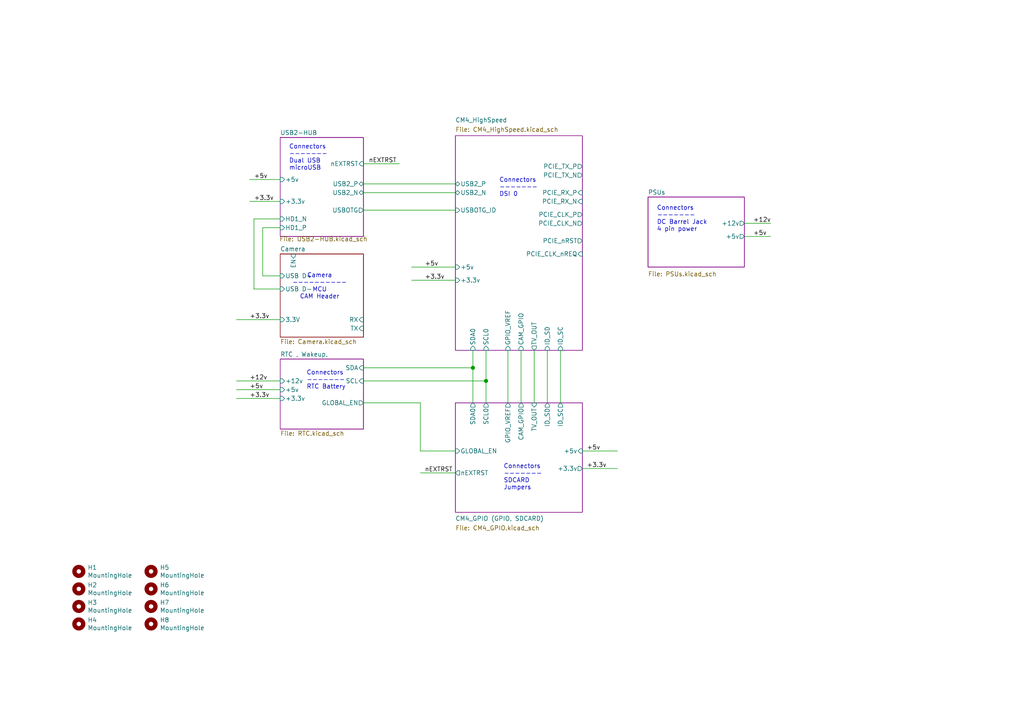
<source format=kicad_sch>
(kicad_sch (version 20231120) (generator "eeschema") (generator_version "8.0")
  (paper "A4")
  (title_block (title "WavePad CM4 Carrier Board") (rev "1"))
  (lib_symbols
    (symbol "Mechanical:MountingHole"
      (property "Reference" "H" (at 0 5.08 0))
      (property "Value" "MountingHole" (at 0 3.175 0))
      (symbol "MountingHole_0_1"
        (circle (center 0 0) (radius 1.27) (stroke (width 1.27)))
      )
    )
  )
  (junction (at 140.97 110.49) (diameter 1.016))
  (junction (at 137.16 106.68) (diameter 1.016))
  (wire (pts (xy 81.28 52.07) (xy 72.39 52.07)))
  (wire (pts (xy 73.66 83.82) (xy 81.28 83.82)))
  (wire (pts (xy 105.41 47.498) (xy 115.824 47.498)))
  (wire (pts (xy 73.66 63.5) (xy 73.66 83.82)))
  (wire (pts (xy 151.13 116.84) (xy 151.13 101.6)))
  (wire (pts (xy 81.28 66.04) (xy 76.2 66.04)))
  (wire (pts (xy 137.16 101.6) (xy 137.16 106.68)))
  (wire (pts (xy 162.56 116.84) (xy 162.56 101.6)))
  (wire (pts (xy 147.32 101.6) (xy 147.32 116.84)))
  (wire (pts (xy 168.91 135.89) (xy 179.07 135.89)))
  (wire (pts (xy 105.41 55.88) (xy 132.08 55.88)))
  (wire (pts (xy 140.97 110.49) (xy 140.97 101.6)))
  (wire (pts (xy 76.2 80.01) (xy 81.28 80.01)))
  (wire (pts (xy 105.41 110.49) (xy 140.97 110.49)))
  (wire (pts (xy 137.16 106.68) (xy 137.16 116.84)))
  (wire (pts (xy 119.38 77.47) (xy 132.08 77.47)))
  (wire (pts (xy 81.28 58.42) (xy 72.39 58.42)))
  (wire (pts (xy 215.9 64.77) (xy 223.52 64.77)))
  (wire (pts (xy 105.41 106.68) (xy 137.16 106.68)))
  (wire (pts (xy 68.58 113.03) (xy 81.28 113.03)))
  (wire (pts (xy 76.2 66.04) (xy 76.2 80.01)))
  (wire (pts (xy 158.75 101.6) (xy 158.75 116.84)))
  (wire (pts (xy 105.41 116.84) (xy 121.92 116.84)))
  (wire (pts (xy 154.94 116.84) (xy 154.94 101.6)))
  (wire (pts (xy 105.41 60.96) (xy 132.08 60.96)))
  (wire (pts (xy 81.28 115.57) (xy 68.58 115.57)))
  (wire (pts (xy 81.28 63.5) (xy 73.66 63.5)))
  (wire (pts (xy 132.08 81.28) (xy 119.38 81.28)))
  (wire (pts (xy 179.07 130.81) (xy 168.91 130.81)))
  (wire (pts (xy 81.28 92.71) (xy 68.58 92.71)))
  (wire (pts (xy 105.41 53.34) (xy 132.08 53.34)))
  (wire (pts (xy 215.9 68.58) (xy 223.52 68.58)))
  (wire (pts (xy 68.58 110.49) (xy 81.28 110.49)))
  (wire (pts (xy 121.92 137.16) (xy 132.08 137.16)))
  (wire (pts (xy 121.92 130.81) (xy 121.92 116.84)))
  (wire (pts (xy 140.97 116.84) (xy 140.97 110.49)))
  (wire (pts (xy 132.08 130.81) (xy 121.92 130.81)))
  (text "Connectors\n-------\nRTC Battery" (at 88.9 113.03 0) (effects (font (size 1.27 1.27)) (justify left bottom)))
  (text "Connectors\n-------\nDC Barrel Jack\n4 pin power" (at 190.5 67.31 0) (effects (font (size 1.27 1.27)) (justify left bottom)))
  (text "Connectors\n-------\nDual USB\nmicroUSB" (at 83.82 49.53 0) (effects (font (size 1.27 1.27)) (justify left bottom)))
  (text "Camera\n----------\nMCU\nCAM Header" (at 92.71 83.058 0) (effects (font (size 1.27 1.27))))
  (text "Connectors\n-------\nSDCARD\nJumpers" (at 146.05 142.24 0) (effects (font (size 1.27 1.27)) (justify left bottom)))
  (text "Connectors\n-------\nDSI 0\n" (at 144.78 57.15 0) (effects (font (size 1.27 1.27)) (justify left bottom)))
  (label "+5v" (at 218.44 68.58 0))
  (label "+12v" (at 72.39 110.49 0))
  (label "+5v" (at 170.18 130.81 0))
  (label "+5v" (at 123.19 77.47 0))
  (label "+3.3v" (at 72.39 92.71 0))
  (label "+5v" (at 72.39 113.03 0))
  (label "+3.3v" (at 73.66 58.42 0))
  (label "+12v" (at 218.44 64.77 0))
  (label "+3.3v" (at 72.39 115.57 0))
  (label "+3.3v" (at 170.18 135.89 0))
  (label "+5v" (at 73.66 52.07 0))
  (label "nEXTRST" (at 106.934 47.498 0))
  (label "+3.3v" (at 123.19 81.28 0))
  (label "nEXTRST" (at 123.19 137.16 0))
  (symbol (lib_id "Mechanical:MountingHole") (at 22.86 180.975 0) (unit 1)
    (property "Reference" "H4" (at 25.4 179.832 0) (effects (justify left)))
    (property "Value" "MountingHole" (at 25.4 182.118 0) (effects (justify left)))
    (property "Footprint" "MountingHole:MountingHole_2.7mm_M2.5" (effects (hide yes)))
    (property "Field4" "nf" (effects (hide yes)))
    (property "Field5" "nf" (effects (hide yes)))
    (property "Field6" "nf" (effects (hide yes)))
    (property "Field7" "nf" (effects (hide yes)))
    (property "Part Description" "M2.5 mounting hole" (effects (hide yes)))
  )
  (symbol (lib_id "Mechanical:MountingHole") (at 22.86 175.895 0) (unit 1)
    (property "Reference" "H3" (at 25.4 174.752 0) (effects (justify left)))
    (property "Value" "MountingHole" (at 25.4 177.038 0) (effects (justify left)))
    (property "Footprint" "MountingHole:MountingHole_2.7mm_M2.5" (effects (hide yes)))
    (property "Field4" "nf" (effects (hide yes)))
    (property "Field5" "nf" (effects (hide yes)))
    (property "Field6" "nf" (effects (hide yes)))
    (property "Field7" "nf" (effects (hide yes)))
    (property "Part Description" "M2.5 mounting hole" (effects (hide yes)))
  )
  (symbol (lib_id "Mechanical:MountingHole") (at 22.86 170.815 0) (unit 1)
    (property "Reference" "H2" (at 25.4 169.672 0) (effects (justify left)))
    (property "Value" "MountingHole" (at 25.4 171.958 0) (effects (justify left)))
    (property "Footprint" "MountingHole:MountingHole_2.7mm_M2.5" (effects (hide yes)))
    (property "Field4" "nf" (effects (hide yes)))
    (property "Field5" "nf" (effects (hide yes)))
    (property "Field6" "nf" (effects (hide yes)))
    (property "Field7" "nf" (effects (hide yes)))
    (property "Part Description" "M2.5 mounting hole" (effects (hide yes)))
  )
  (symbol (lib_id "Mechanical:MountingHole") (at 22.86 165.735 0) (unit 1)
    (property "Reference" "H1" (at 25.4 164.592 0) (effects (justify left)))
    (property "Value" "MountingHole" (at 25.4 166.878 0) (effects (justify left)))
    (property "Footprint" "MountingHole:MountingHole_2.7mm_M2.5" (effects (hide yes)))
    (property "Field4" "nf" (effects (hide yes)))
    (property "Field5" "nf" (effects (hide yes)))
    (property "Field6" "nf" (effects (hide yes)))
    (property "Field7" "nf" (effects (hide yes)))
    (property "Part Description" "M2.5 mounting hole" (effects (hide yes)))
  )
  (symbol (lib_id "Mechanical:MountingHole") (at 43.815 165.735 0) (unit 1)
    (property "Reference" "H5" (at 46.355 164.592 0) (effects (justify left)))
    (property "Value" "MountingHole" (at 46.355 166.878 0) (effects (justify left)))
    (property "Footprint" "MountingHole:MountingHole_2.7mm_M2.5" (effects (hide yes)))
    (property "Field4" "nf" (effects (hide yes)))
    (property "Field5" "nf" (effects (hide yes)))
    (property "Field6" "nf" (effects (hide yes)))
    (property "Field7" "nf" (effects (hide yes)))
    (property "Part Description" "M2.5 mounting hole" (effects (hide yes)))
  )
  (symbol (lib_id "Mechanical:MountingHole") (at 43.815 180.975 0) (unit 1)
    (property "Reference" "H8" (at 46.355 179.832 0) (effects (justify left)))
    (property "Value" "MountingHole" (at 46.355 182.118 0) (effects (justify left)))
    (property "Footprint" "MountingHole:MountingHole_2.7mm_M2.5" (effects (hide yes)))
    (property "Field4" "nf" (effects (hide yes)))
    (property "Field5" "nf" (effects (hide yes)))
    (property "Field6" "nf" (effects (hide yes)))
    (property "Field7" "nf" (effects (hide yes)))
    (property "Part Description" "M2.5 mounting hole" (effects (hide yes)))
  )
  (symbol (lib_id "Mechanical:MountingHole") (at 43.815 175.895 0) (unit 1)
    (property "Reference" "H7" (at 46.355 174.752 0) (effects (justify left)))
    (property "Value" "MountingHole" (at 46.355 177.038 0) (effects (justify left)))
    (property "Footprint" "MountingHole:MountingHole_2.7mm_M2.5" (effects (hide yes)))
    (property "Field4" "nf" (effects (hide yes)))
    (property "Field5" "nf" (effects (hide yes)))
    (property "Field6" "nf" (effects (hide yes)))
    (property "Field7" "nf" (effects (hide yes)))
    (property "Part Description" "M2.5 mounting hole" (effects (hide yes)))
  )
  (symbol (lib_id "Mechanical:MountingHole") (at 43.815 170.815 0) (unit 1)
    (property "Reference" "H6" (at 46.355 169.672 0) (effects (justify left)))
    (property "Value" "MountingHole" (at 46.355 171.958 0) (effects (justify left)))
    (property "Footprint" "MountingHole:MountingHole_2.7mm_M2.5" (effects (hide yes)))
    (property "Field4" "nf" (effects (hide yes)))
    (property "Field5" "nf" (effects (hide yes)))
    (property "Field6" "nf" (effects (hide yes)))
    (property "Field7" "nf" (effects (hide yes)))
    (property "Part Description" "M2.5 mounting hole" (effects (hide yes)))
  )
  (sheet (at 132.08 116.84) (size 36.83 31.75) (stroke (width 0.1524) (color 132 0 132 1)) (fill (color 255 255 255 0.0000))
    (property "Sheetname" "CM4_GPIO (GPIO, SDCARD)" (at 132.08 151.13 0) (effects (justify left bottom)))
    (property "Sheetfile" "CM4_GPIO.kicad_sch" (at 132.08 152.4 0) (effects (justify left top)))
    (pin "ID_SC" output (at 162.56 116.84 90))
    (pin "ID_SD" output (at 158.75 116.84 90))
    (pin "CAM_GPIO" output (at 151.13 116.84 90))
    (pin "SCL0" output (at 140.97 116.84 90))
    (pin "SDA0" output (at 137.16 116.84 90))
    (pin "+5v" input (at 168.91 130.81 0))
    (pin "+3.3v" output (at 168.91 135.89 0))
    (pin "nEXTRST" output (at 132.08 137.16 180))
    (pin "GLOBAL_EN" input (at 132.08 130.81 180))
    (pin "GPIO_VREF" output (at 147.32 116.84 90))
    (pin "TV_OUT" input (at 154.94 116.84 90))
  )
  (sheet (at 132.08 39.37) (size 36.83 62.23) (stroke (width 0.1524) (color 132 0 132 1)) (fill (color 255 255 255 0.0000))
    (property "Sheetname" "CM4_HighSpeed" (at 132.08 35.56 0) (effects (justify left bottom)))
    (property "Sheetfile" "CM4_HighSpeed.kicad_sch" (at 132.08 36.83 0) (effects (justify left top)))
    (pin "USB2_N" bidirectional (at 132.08 55.88 180))
    (pin "USB2_P" bidirectional (at 132.08 53.34 180))
    (pin "ID_SC" input (at 162.56 101.6 270))
    (pin "ID_SD" input (at 158.75 101.6 270))
    (pin "CAM_GPIO" input (at 151.13 101.6 270))
    (pin "SCL0" input (at 140.97 101.6 270))
    (pin "SDA0" input (at 137.16 101.6 270))
    (pin "+5v" input (at 132.08 77.47 180))
    (pin "PCIE_CLK_P" output (at 168.91 62.23 0))
    (pin "PCIE_CLK_N" output (at 168.91 64.77 0))
    (pin "PCIE_TX_P" output (at 168.91 48.26 0))
    (pin "PCIE_TX_N" output (at 168.91 50.8 0))
    (pin "PCIE_nRST" output (at 168.91 69.85 0))
    (pin "PCIE_RX_P" input (at 168.91 55.88 0))
    (pin "PCIE_RX_N" input (at 168.91 58.42 0))
    (pin "PCIE_CLK_nREQ" input (at 168.91 73.66 0))
    (pin "+3.3v" input (at 132.08 81.28 180))
    (pin "USBOTG_ID" input (at 132.08 60.96 180))
    (pin "GPIO_VREF" input (at 147.32 101.6 270))
    (pin "TV_OUT" output (at 154.94 101.6 270))
  )
  (sheet (at 187.96 57.15) (size 27.94 20.32) (stroke (width 0.1524) (color 132 0 132 1)) (fill (color 255 255 255 0.0000))
    (property "Sheetname" "PSUs" (at 187.96 56.5145 0) (effects (justify left bottom)))
    (property "Sheetfile" "PSUs.kicad_sch" (at 187.96 78.74 0) (effects (justify left top)))
    (pin "+5v" output (at 215.9 68.58 0))
    (pin "+12v" output (at 215.9 64.77 0))
  )
  (sheet (at 81.28 39.878) (size 24.13 28.702) (stroke (width 0.1524) (color 132 0 132 1)) (fill (color 255 255 255 0.0000))
    (property "Sheetname" "USB2-HUB" (at 81.28 39.2425 0) (effects (justify left bottom)))
    (property "Sheetfile" "USB2-HUB.kicad_sch" (at 81.026 68.58 0) (effects (justify left top)))
    (pin "USB2_N" bidirectional (at 105.41 55.88 0))
    (pin "USB2_P" bidirectional (at 105.41 53.34 0))
    (pin "+5v" input (at 81.28 52.07 180))
    (pin "+3.3v" input (at 81.28 58.42 180))
    (pin "nEXTRST" input (at 105.41 47.498 0))
    (pin "USBOTG" output (at 105.41 60.96 0))
    (pin "HD1_N" input (at 81.28 63.5 180))
    (pin "HD1_P" input (at 81.28 66.04 180))
  )
  (sheet (at 81.28 104.14) (size 24.13 20.32) (stroke (width 0.1524) (color 132 0 132 1)) (fill (color 255 255 255 0.0000))
    (property "Sheetname" "RTC , Wakeup," (at 81.28 103.5045 0) (effects (justify left bottom)))
    (property "Sheetfile" "RTC.kicad_sch" (at 81.28 124.9685 0) (effects (justify left top)))
    (pin "SCL" input (at 105.41 110.49 0))
    (pin "SDA" input (at 105.41 106.68 0))
    (pin "+5v" input (at 81.28 113.03 180))
    (pin "+3.3v" input (at 81.28 115.57 180))
    (pin "GLOBAL_EN" output (at 105.41 116.84 0))
    (pin "+12v" input (at 81.28 110.49 180))
  )
  (sheet (at 81.28 73.66) (size 24.13 24.13) (stroke (width 0.1524))
    (property "Sheetname" "Camera" (at 81.28 72.9484 0) (effects (justify left bottom)))
    (property "Sheetfile" "Camera.kicad_sch" (at 81.28 98.3746 0) (effects (justify left top)))
    (pin "RX" input (at 105.41 92.71 0))
    (pin "TX" input (at 105.41 95.25 0))
    (pin "USB D+" input (at 81.28 80.01 180))
    (pin "USB D-" input (at 81.28 83.82 180))
    (pin "3.3V" input (at 81.28 92.71 180))
    (pin "EN" input (at 85.09 73.66 90))
  )
)
</source>
